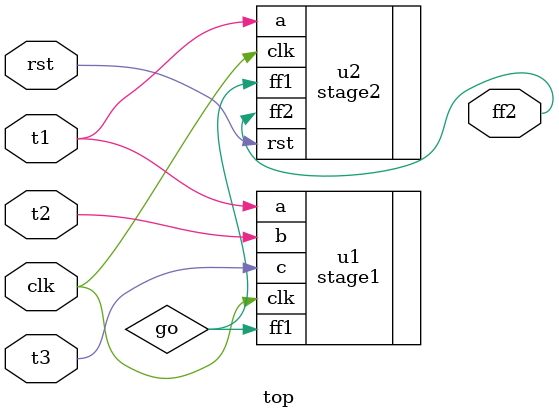
<source format=v>
`timescale 1ns / 1ps
module top(t1,t2,t3,clk,rst,ff2);
input t1,t2,t3,clk,rst;
output ff2;

wire go;

stage1 u1(.a(t1),.b(t2),.c(t3),.clk(clk),.ff1(go));
stage2 u2(.ff1(go),.a(t1),.clk(clk),.rst(rst),.ff2(ff2));

endmodule

</source>
